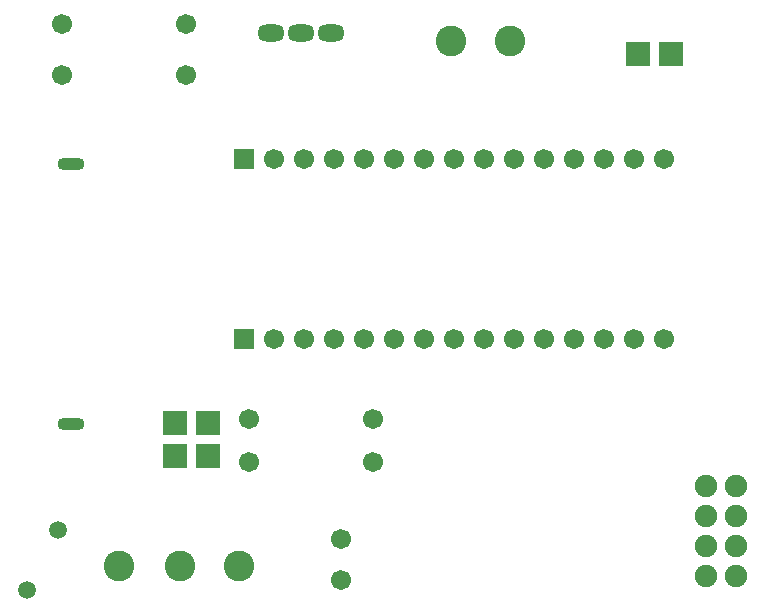
<source format=gts>
G04 Layer: TopSolderMaskLayer*
G04 EasyEDA v6.5.48, 2025-03-28 08:07:08*
G04 329a1df1ed9a4316b028ac477401dd29,d846faf264e3498a955800aa56c0118d,10*
G04 Gerber Generator version 0.2*
G04 Scale: 100 percent, Rotated: No, Reflected: No *
G04 Dimensions in millimeters *
G04 leading zeros omitted , absolute positions ,4 integer and 5 decimal *
%FSLAX45Y45*%
%MOMM*%

%AMMACRO1*4,1,8,-1.0211,-1.0508,-1.0508,-1.0208,-1.0508,1.0211,-1.0211,1.0508,1.0208,1.0508,1.0508,1.0211,1.0508,-1.0208,1.0208,-1.0508,-1.0211,-1.0508,0*%
%AMMACRO2*4,1,8,-0.8212,-0.8509,-0.8509,-0.8209,-0.8509,0.8212,-0.8212,0.8509,0.8209,0.8509,0.8509,0.8212,0.8509,-0.8209,0.8209,-0.8509,-0.8212,-0.8509,0*%
%ADD10MACRO1*%
%ADD11C,1.9016*%
%ADD12C,1.7016*%
%ADD13MACRO2*%
%ADD14C,2.6016*%
%ADD15O,2.3015956X1.4516100000000003*%
%ADD16O,2.2999954000000002X1.0999978000000001*%
%ADD17C,1.5016*%

%LPD*%
D10*
G01*
X8712200Y3593084D03*
G01*
X5067300Y190500D03*
G01*
X4787900Y190500D03*
G01*
X4787900Y469900D03*
G01*
X5067300Y469900D03*
G01*
X8991600Y3594100D03*
D11*
G01*
X9537827Y-825245D03*
G01*
X9283572Y-825500D03*
G01*
X9537572Y-571500D03*
G01*
X9283572Y-571500D03*
G01*
X9537572Y-317500D03*
G01*
X9283572Y-317500D03*
G01*
X9537572Y-63500D03*
G01*
X9283572Y-63500D03*
D12*
G01*
X4881118Y3848100D03*
G01*
X3831107Y3848100D03*
G01*
X3831107Y3416300D03*
G01*
X4881118Y3416300D03*
G01*
X6468618Y139700D03*
G01*
X5418607Y139700D03*
G01*
X6468618Y508000D03*
G01*
X5418607Y508000D03*
D13*
G01*
X5372100Y1181100D03*
D12*
G01*
X5626100Y2705100D03*
G01*
X6134100Y2705100D03*
G01*
X6642100Y2705100D03*
G01*
X7150100Y2705100D03*
G01*
X7658100Y2705100D03*
G01*
X8166100Y2705100D03*
G01*
X8674100Y2705100D03*
G01*
X8928100Y1181100D03*
G01*
X8420100Y1181100D03*
G01*
X7912100Y1181100D03*
G01*
X7404100Y1181100D03*
G01*
X6896100Y1181100D03*
G01*
X6388100Y1181100D03*
G01*
X5880100Y1181100D03*
G01*
X5626100Y1181100D03*
G01*
X6134100Y1181100D03*
G01*
X6642100Y1181100D03*
G01*
X7150100Y1181100D03*
G01*
X7658100Y1181100D03*
G01*
X8166100Y1181100D03*
G01*
X8674100Y1181100D03*
G01*
X8928100Y2705100D03*
G01*
X8420100Y2705100D03*
G01*
X7912100Y2705100D03*
G01*
X7404100Y2705100D03*
G01*
X6896100Y2705100D03*
G01*
X6388100Y2705100D03*
G01*
X5880100Y2705100D03*
D13*
G01*
X5372100Y2705100D03*
D14*
G01*
X7128713Y3708400D03*
G01*
X7628712Y3708400D03*
G01*
X5332018Y-736600D03*
G01*
X4832019Y-736600D03*
G01*
X4319981Y-736600D03*
D15*
G01*
X6108700Y3771900D03*
G01*
X5854700Y3771900D03*
G01*
X5600700Y3771900D03*
D16*
G01*
X3911600Y2662097D03*
G01*
X3911600Y462102D03*
D17*
G01*
X3802811Y-431800D03*
G01*
X3537788Y-939800D03*
D12*
G01*
X6197600Y-860805D03*
G01*
X6197600Y-510794D03*
M02*

</source>
